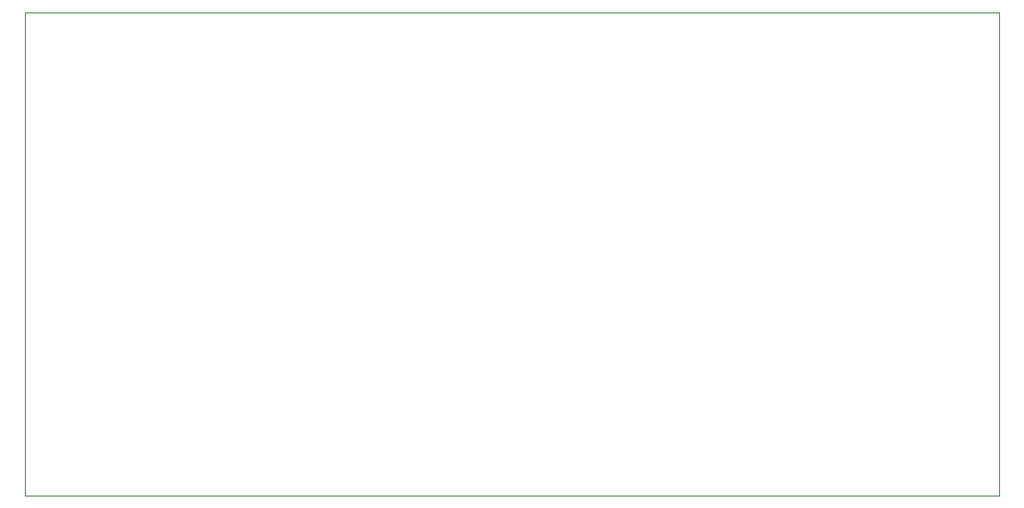
<source format=gbr>
G04 #@! TF.GenerationSoftware,KiCad,Pcbnew,(5.1.10)-1*
G04 #@! TF.CreationDate,2022-08-27T03:45:47-05:00*
G04 #@! TF.ProjectId,Common Slot Mini v1,436f6d6d-6f6e-4205-936c-6f74204d696e,rev?*
G04 #@! TF.SameCoordinates,Original*
G04 #@! TF.FileFunction,Profile,NP*
%FSLAX46Y46*%
G04 Gerber Fmt 4.6, Leading zero omitted, Abs format (unit mm)*
G04 Created by KiCad (PCBNEW (5.1.10)-1) date 2022-08-27 03:45:47*
%MOMM*%
%LPD*%
G01*
G04 APERTURE LIST*
G04 #@! TA.AperFunction,Profile*
%ADD10C,0.050000*%
G04 #@! TD*
G04 APERTURE END LIST*
D10*
X100250000Y-112049000D02*
X100250000Y-69250000D01*
X186500000Y-112049000D02*
X100250000Y-112049000D01*
X186500000Y-69250000D02*
X186500000Y-112049000D01*
X100250000Y-69250000D02*
X186500000Y-69250000D01*
M02*

</source>
